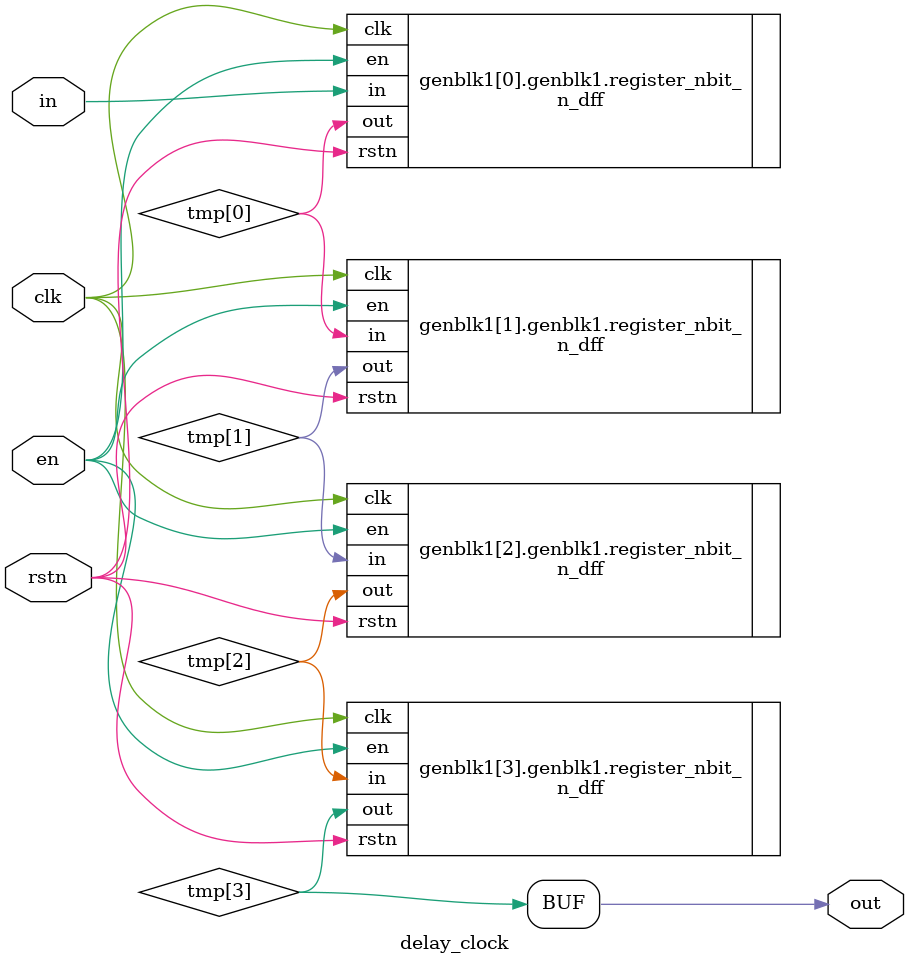
<source format=v>
`timescale 1ns / 1ps


module delay_clock
#(
    parameter DATA_WIDTH = 1,
	parameter N_CLOCKs = 4
)
(
    input clk,
	input rstn,
	input en,
	input [DATA_WIDTH-1:0] in,
	output [DATA_WIDTH-1:0] out
);
	//Registers for delay n clock(s)
	wire [DATA_WIDTH-1:0] tmp [0 : N_CLOCKs-1];
	//assign statement
	assign out = tmp[N_CLOCKs-1];

	//Generate instances
	genvar i;
	generate
        for (i = 0; i < N_CLOCKs; i=i+1) begin
            if(i == 0)  begin 
                n_dff
                #(
                    .NUMBER_BIT(DATA_WIDTH)
                ) register_nbit_
                (
                    .clk(clk),
                    .rstn(rstn),
                    .en(en),
                    .in(in),
                    .out(tmp[i])
                );
            end else begin 
                n_dff 
                #(
                    .NUMBER_BIT(DATA_WIDTH)
                ) register_nbit_
                (
                    .clk(clk),
                    .rstn(rstn),
                    .en(en),
                    .in(tmp[i-1]),
                    .out(tmp[i])
                );
            end
        end
	endgenerate
endmodule
</source>
